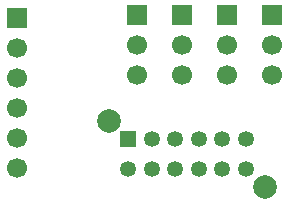
<source format=gbr>
%TF.GenerationSoftware,KiCad,Pcbnew,9.0.6-9.0.6~ubuntu24.04.1*%
%TF.CreationDate,2026-01-17T19:07:13-03:00*%
%TF.ProjectId,cotti_leds,636f7474-695f-46c6-9564-732e6b696361,0.0*%
%TF.SameCoordinates,Original*%
%TF.FileFunction,Soldermask,Bot*%
%TF.FilePolarity,Negative*%
%FSLAX46Y46*%
G04 Gerber Fmt 4.6, Leading zero omitted, Abs format (unit mm)*
G04 Created by KiCad (PCBNEW 9.0.6-9.0.6~ubuntu24.04.1) date 2026-01-17 19:07:13*
%MOMM*%
%LPD*%
G01*
G04 APERTURE LIST*
%ADD10R,1.700000X1.700000*%
%ADD11C,1.700000*%
%ADD12R,1.350000X1.350000*%
%ADD13C,1.350000*%
%ADD14C,2.000000*%
G04 APERTURE END LIST*
D10*
%TO.C,J1*%
X113030000Y-100330000D03*
D11*
X113030000Y-102870000D03*
X113030000Y-105410000D03*
X113030000Y-107950000D03*
X113030000Y-110490000D03*
X113030000Y-113030000D03*
%TD*%
D10*
%TO.C,JP2*%
X127000000Y-100076000D03*
D11*
X127000000Y-102616000D03*
X127000000Y-105156000D03*
%TD*%
D12*
%TO.C,SW1*%
X122428000Y-110617000D03*
D13*
X124428000Y-110617000D03*
X126428000Y-110617000D03*
X128428000Y-110617000D03*
X130428000Y-110617000D03*
X132428000Y-110617000D03*
X122428000Y-113117000D03*
X124428000Y-113117000D03*
X126428000Y-113117000D03*
X128428000Y-113117000D03*
X130428000Y-113117000D03*
X132428000Y-113117000D03*
D14*
X120828000Y-109067000D03*
X134028000Y-114667000D03*
%TD*%
D10*
%TO.C,JP3*%
X130810000Y-100076000D03*
D11*
X130810000Y-102616000D03*
X130810000Y-105156000D03*
%TD*%
D10*
%TO.C,JP4*%
X134620000Y-100076000D03*
D11*
X134620000Y-102616000D03*
X134620000Y-105156000D03*
%TD*%
D10*
%TO.C,JP1*%
X123190000Y-100076000D03*
D11*
X123190000Y-102616000D03*
X123190000Y-105156000D03*
%TD*%
M02*

</source>
